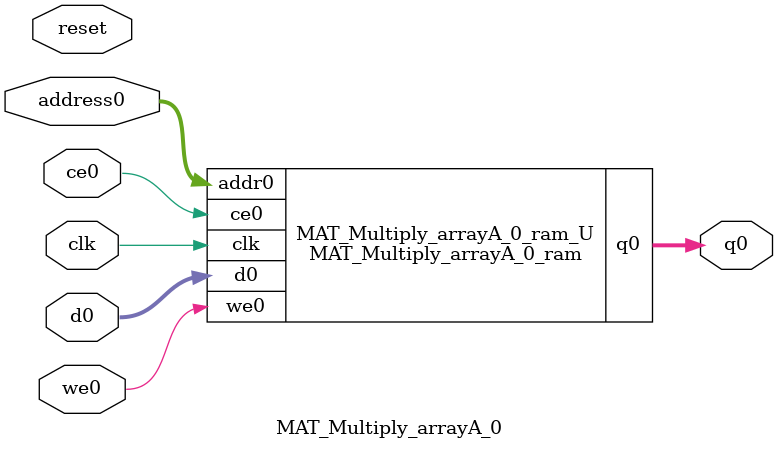
<source format=v>

`timescale 1 ns / 1 ps
module MAT_Multiply_arrayA_0_ram (addr0, ce0, d0, we0, q0,  clk);

parameter DWIDTH = 32;
parameter AWIDTH = 19;
parameter MEM_SIZE = 500000;

input[AWIDTH-1:0] addr0;
input ce0;
input[DWIDTH-1:0] d0;
input we0;
output reg[DWIDTH-1:0] q0;
input clk;

(* ram_style = "block" *)reg [DWIDTH-1:0] ram[MEM_SIZE-1:0];




always @(posedge clk)  
begin 
    if (ce0) 
    begin
        if (we0) 
        begin 
            ram[addr0] <= d0; 
            q0 <= d0;
        end 
        else 
            q0 <= ram[addr0];
    end
end


endmodule


`timescale 1 ns / 1 ps
module MAT_Multiply_arrayA_0(
    reset,
    clk,
    address0,
    ce0,
    we0,
    d0,
    q0);

parameter DataWidth = 32'd32;
parameter AddressRange = 32'd500000;
parameter AddressWidth = 32'd19;
input reset;
input clk;
input[AddressWidth - 1:0] address0;
input ce0;
input we0;
input[DataWidth - 1:0] d0;
output[DataWidth - 1:0] q0;



MAT_Multiply_arrayA_0_ram MAT_Multiply_arrayA_0_ram_U(
    .clk( clk ),
    .addr0( address0 ),
    .ce0( ce0 ),
    .d0( d0 ),
    .we0( we0 ),
    .q0( q0 ));

endmodule


</source>
